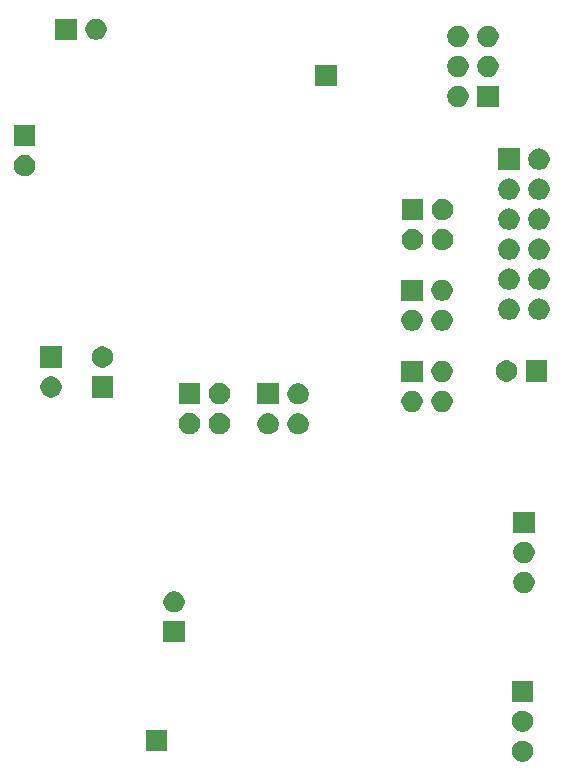
<source format=gbr>
%TF.GenerationSoftware,KiCad,Pcbnew,(5.1.5-0-10_14)*%
%TF.CreationDate,2021-01-02T15:40:46-05:00*%
%TF.ProjectId,E90,4539302e-6b69-4636-9164-5f7063625858,rev?*%
%TF.SameCoordinates,Original*%
%TF.FileFunction,Soldermask,Bot*%
%TF.FilePolarity,Negative*%
%FSLAX46Y46*%
G04 Gerber Fmt 4.6, Leading zero omitted, Abs format (unit mm)*
G04 Created by KiCad (PCBNEW (5.1.5-0-10_14)) date 2021-01-02 15:40:46*
%MOMM*%
%LPD*%
G04 APERTURE LIST*
%ADD10C,0.100000*%
G04 APERTURE END LIST*
D10*
G36*
X96251512Y-114229927D02*
G01*
X96400812Y-114259624D01*
X96564784Y-114327544D01*
X96712354Y-114426147D01*
X96837853Y-114551646D01*
X96936456Y-114699216D01*
X97004376Y-114863188D01*
X97039000Y-115037259D01*
X97039000Y-115214741D01*
X97004376Y-115388812D01*
X96936456Y-115552784D01*
X96837853Y-115700354D01*
X96712354Y-115825853D01*
X96564784Y-115924456D01*
X96400812Y-115992376D01*
X96251512Y-116022073D01*
X96226742Y-116027000D01*
X96049258Y-116027000D01*
X96024488Y-116022073D01*
X95875188Y-115992376D01*
X95711216Y-115924456D01*
X95563646Y-115825853D01*
X95438147Y-115700354D01*
X95339544Y-115552784D01*
X95271624Y-115388812D01*
X95237000Y-115214741D01*
X95237000Y-115037259D01*
X95271624Y-114863188D01*
X95339544Y-114699216D01*
X95438147Y-114551646D01*
X95563646Y-114426147D01*
X95711216Y-114327544D01*
X95875188Y-114259624D01*
X96024488Y-114229927D01*
X96049258Y-114225000D01*
X96226742Y-114225000D01*
X96251512Y-114229927D01*
G37*
G36*
X66091000Y-115131000D02*
G01*
X64289000Y-115131000D01*
X64289000Y-113329000D01*
X66091000Y-113329000D01*
X66091000Y-115131000D01*
G37*
G36*
X96251512Y-111689927D02*
G01*
X96400812Y-111719624D01*
X96564784Y-111787544D01*
X96712354Y-111886147D01*
X96837853Y-112011646D01*
X96936456Y-112159216D01*
X97004376Y-112323188D01*
X97039000Y-112497259D01*
X97039000Y-112674741D01*
X97004376Y-112848812D01*
X96936456Y-113012784D01*
X96837853Y-113160354D01*
X96712354Y-113285853D01*
X96564784Y-113384456D01*
X96400812Y-113452376D01*
X96251512Y-113482073D01*
X96226742Y-113487000D01*
X96049258Y-113487000D01*
X96024488Y-113482073D01*
X95875188Y-113452376D01*
X95711216Y-113384456D01*
X95563646Y-113285853D01*
X95438147Y-113160354D01*
X95339544Y-113012784D01*
X95271624Y-112848812D01*
X95237000Y-112674741D01*
X95237000Y-112497259D01*
X95271624Y-112323188D01*
X95339544Y-112159216D01*
X95438147Y-112011646D01*
X95563646Y-111886147D01*
X95711216Y-111787544D01*
X95875188Y-111719624D01*
X96024488Y-111689927D01*
X96049258Y-111685000D01*
X96226742Y-111685000D01*
X96251512Y-111689927D01*
G37*
G36*
X97039000Y-110947000D02*
G01*
X95237000Y-110947000D01*
X95237000Y-109145000D01*
X97039000Y-109145000D01*
X97039000Y-110947000D01*
G37*
G36*
X67551000Y-105921000D02*
G01*
X65749000Y-105921000D01*
X65749000Y-104119000D01*
X67551000Y-104119000D01*
X67551000Y-105921000D01*
G37*
G36*
X66763512Y-101583927D02*
G01*
X66912812Y-101613624D01*
X67076784Y-101681544D01*
X67224354Y-101780147D01*
X67349853Y-101905646D01*
X67448456Y-102053216D01*
X67516376Y-102217188D01*
X67551000Y-102391259D01*
X67551000Y-102568741D01*
X67516376Y-102742812D01*
X67448456Y-102906784D01*
X67349853Y-103054354D01*
X67224354Y-103179853D01*
X67076784Y-103278456D01*
X66912812Y-103346376D01*
X66763512Y-103376073D01*
X66738742Y-103381000D01*
X66561258Y-103381000D01*
X66536488Y-103376073D01*
X66387188Y-103346376D01*
X66223216Y-103278456D01*
X66075646Y-103179853D01*
X65950147Y-103054354D01*
X65851544Y-102906784D01*
X65783624Y-102742812D01*
X65749000Y-102568741D01*
X65749000Y-102391259D01*
X65783624Y-102217188D01*
X65851544Y-102053216D01*
X65950147Y-101905646D01*
X66075646Y-101780147D01*
X66223216Y-101681544D01*
X66387188Y-101613624D01*
X66536488Y-101583927D01*
X66561258Y-101579000D01*
X66738742Y-101579000D01*
X66763512Y-101583927D01*
G37*
G36*
X96379512Y-99941927D02*
G01*
X96528812Y-99971624D01*
X96692784Y-100039544D01*
X96840354Y-100138147D01*
X96965853Y-100263646D01*
X97064456Y-100411216D01*
X97132376Y-100575188D01*
X97167000Y-100749259D01*
X97167000Y-100926741D01*
X97132376Y-101100812D01*
X97064456Y-101264784D01*
X96965853Y-101412354D01*
X96840354Y-101537853D01*
X96692784Y-101636456D01*
X96528812Y-101704376D01*
X96379512Y-101734073D01*
X96354742Y-101739000D01*
X96177258Y-101739000D01*
X96152488Y-101734073D01*
X96003188Y-101704376D01*
X95839216Y-101636456D01*
X95691646Y-101537853D01*
X95566147Y-101412354D01*
X95467544Y-101264784D01*
X95399624Y-101100812D01*
X95365000Y-100926741D01*
X95365000Y-100749259D01*
X95399624Y-100575188D01*
X95467544Y-100411216D01*
X95566147Y-100263646D01*
X95691646Y-100138147D01*
X95839216Y-100039544D01*
X96003188Y-99971624D01*
X96152488Y-99941927D01*
X96177258Y-99937000D01*
X96354742Y-99937000D01*
X96379512Y-99941927D01*
G37*
G36*
X96379512Y-97401927D02*
G01*
X96528812Y-97431624D01*
X96692784Y-97499544D01*
X96840354Y-97598147D01*
X96965853Y-97723646D01*
X97064456Y-97871216D01*
X97132376Y-98035188D01*
X97167000Y-98209259D01*
X97167000Y-98386741D01*
X97132376Y-98560812D01*
X97064456Y-98724784D01*
X96965853Y-98872354D01*
X96840354Y-98997853D01*
X96692784Y-99096456D01*
X96528812Y-99164376D01*
X96379512Y-99194073D01*
X96354742Y-99199000D01*
X96177258Y-99199000D01*
X96152488Y-99194073D01*
X96003188Y-99164376D01*
X95839216Y-99096456D01*
X95691646Y-98997853D01*
X95566147Y-98872354D01*
X95467544Y-98724784D01*
X95399624Y-98560812D01*
X95365000Y-98386741D01*
X95365000Y-98209259D01*
X95399624Y-98035188D01*
X95467544Y-97871216D01*
X95566147Y-97723646D01*
X95691646Y-97598147D01*
X95839216Y-97499544D01*
X96003188Y-97431624D01*
X96152488Y-97401927D01*
X96177258Y-97397000D01*
X96354742Y-97397000D01*
X96379512Y-97401927D01*
G37*
G36*
X97167000Y-96659000D02*
G01*
X95365000Y-96659000D01*
X95365000Y-94857000D01*
X97167000Y-94857000D01*
X97167000Y-96659000D01*
G37*
G36*
X77261988Y-86513624D02*
G01*
X77412812Y-86543624D01*
X77576784Y-86611544D01*
X77724354Y-86710147D01*
X77849853Y-86835646D01*
X77948456Y-86983216D01*
X78016376Y-87147188D01*
X78051000Y-87321259D01*
X78051000Y-87498741D01*
X78016376Y-87672812D01*
X77948456Y-87836784D01*
X77849853Y-87984354D01*
X77724354Y-88109853D01*
X77576784Y-88208456D01*
X77412812Y-88276376D01*
X77263512Y-88306073D01*
X77238742Y-88311000D01*
X77061258Y-88311000D01*
X77036488Y-88306073D01*
X76887188Y-88276376D01*
X76723216Y-88208456D01*
X76575646Y-88109853D01*
X76450147Y-87984354D01*
X76351544Y-87836784D01*
X76283624Y-87672812D01*
X76249000Y-87498741D01*
X76249000Y-87321259D01*
X76283624Y-87147188D01*
X76351544Y-86983216D01*
X76450147Y-86835646D01*
X76575646Y-86710147D01*
X76723216Y-86611544D01*
X76887188Y-86543624D01*
X77038012Y-86513624D01*
X77061258Y-86509000D01*
X77238742Y-86509000D01*
X77261988Y-86513624D01*
G37*
G36*
X74721988Y-86513624D02*
G01*
X74872812Y-86543624D01*
X75036784Y-86611544D01*
X75184354Y-86710147D01*
X75309853Y-86835646D01*
X75408456Y-86983216D01*
X75476376Y-87147188D01*
X75511000Y-87321259D01*
X75511000Y-87498741D01*
X75476376Y-87672812D01*
X75408456Y-87836784D01*
X75309853Y-87984354D01*
X75184354Y-88109853D01*
X75036784Y-88208456D01*
X74872812Y-88276376D01*
X74723512Y-88306073D01*
X74698742Y-88311000D01*
X74521258Y-88311000D01*
X74496488Y-88306073D01*
X74347188Y-88276376D01*
X74183216Y-88208456D01*
X74035646Y-88109853D01*
X73910147Y-87984354D01*
X73811544Y-87836784D01*
X73743624Y-87672812D01*
X73709000Y-87498741D01*
X73709000Y-87321259D01*
X73743624Y-87147188D01*
X73811544Y-86983216D01*
X73910147Y-86835646D01*
X74035646Y-86710147D01*
X74183216Y-86611544D01*
X74347188Y-86543624D01*
X74498012Y-86513624D01*
X74521258Y-86509000D01*
X74698742Y-86509000D01*
X74721988Y-86513624D01*
G37*
G36*
X70603512Y-86483927D02*
G01*
X70752812Y-86513624D01*
X70916784Y-86581544D01*
X71064354Y-86680147D01*
X71189853Y-86805646D01*
X71288456Y-86953216D01*
X71356376Y-87117188D01*
X71391000Y-87291259D01*
X71391000Y-87468741D01*
X71356376Y-87642812D01*
X71288456Y-87806784D01*
X71189853Y-87954354D01*
X71064354Y-88079853D01*
X70916784Y-88178456D01*
X70752812Y-88246376D01*
X70603512Y-88276073D01*
X70578742Y-88281000D01*
X70401258Y-88281000D01*
X70376488Y-88276073D01*
X70227188Y-88246376D01*
X70063216Y-88178456D01*
X69915646Y-88079853D01*
X69790147Y-87954354D01*
X69691544Y-87806784D01*
X69623624Y-87642812D01*
X69589000Y-87468741D01*
X69589000Y-87291259D01*
X69623624Y-87117188D01*
X69691544Y-86953216D01*
X69790147Y-86805646D01*
X69915646Y-86680147D01*
X70063216Y-86581544D01*
X70227188Y-86513624D01*
X70376488Y-86483927D01*
X70401258Y-86479000D01*
X70578742Y-86479000D01*
X70603512Y-86483927D01*
G37*
G36*
X68063512Y-86483927D02*
G01*
X68212812Y-86513624D01*
X68376784Y-86581544D01*
X68524354Y-86680147D01*
X68649853Y-86805646D01*
X68748456Y-86953216D01*
X68816376Y-87117188D01*
X68851000Y-87291259D01*
X68851000Y-87468741D01*
X68816376Y-87642812D01*
X68748456Y-87806784D01*
X68649853Y-87954354D01*
X68524354Y-88079853D01*
X68376784Y-88178456D01*
X68212812Y-88246376D01*
X68063512Y-88276073D01*
X68038742Y-88281000D01*
X67861258Y-88281000D01*
X67836488Y-88276073D01*
X67687188Y-88246376D01*
X67523216Y-88178456D01*
X67375646Y-88079853D01*
X67250147Y-87954354D01*
X67151544Y-87806784D01*
X67083624Y-87642812D01*
X67049000Y-87468741D01*
X67049000Y-87291259D01*
X67083624Y-87117188D01*
X67151544Y-86953216D01*
X67250147Y-86805646D01*
X67375646Y-86680147D01*
X67523216Y-86581544D01*
X67687188Y-86513624D01*
X67836488Y-86483927D01*
X67861258Y-86479000D01*
X68038742Y-86479000D01*
X68063512Y-86483927D01*
G37*
G36*
X89453512Y-84613927D02*
G01*
X89602812Y-84643624D01*
X89766784Y-84711544D01*
X89914354Y-84810147D01*
X90039853Y-84935646D01*
X90138456Y-85083216D01*
X90206376Y-85247188D01*
X90241000Y-85421259D01*
X90241000Y-85598741D01*
X90206376Y-85772812D01*
X90138456Y-85936784D01*
X90039853Y-86084354D01*
X89914354Y-86209853D01*
X89766784Y-86308456D01*
X89602812Y-86376376D01*
X89453512Y-86406073D01*
X89428742Y-86411000D01*
X89251258Y-86411000D01*
X89226488Y-86406073D01*
X89077188Y-86376376D01*
X88913216Y-86308456D01*
X88765646Y-86209853D01*
X88640147Y-86084354D01*
X88541544Y-85936784D01*
X88473624Y-85772812D01*
X88439000Y-85598741D01*
X88439000Y-85421259D01*
X88473624Y-85247188D01*
X88541544Y-85083216D01*
X88640147Y-84935646D01*
X88765646Y-84810147D01*
X88913216Y-84711544D01*
X89077188Y-84643624D01*
X89226488Y-84613927D01*
X89251258Y-84609000D01*
X89428742Y-84609000D01*
X89453512Y-84613927D01*
G37*
G36*
X86913512Y-84613927D02*
G01*
X87062812Y-84643624D01*
X87226784Y-84711544D01*
X87374354Y-84810147D01*
X87499853Y-84935646D01*
X87598456Y-85083216D01*
X87666376Y-85247188D01*
X87701000Y-85421259D01*
X87701000Y-85598741D01*
X87666376Y-85772812D01*
X87598456Y-85936784D01*
X87499853Y-86084354D01*
X87374354Y-86209853D01*
X87226784Y-86308456D01*
X87062812Y-86376376D01*
X86913512Y-86406073D01*
X86888742Y-86411000D01*
X86711258Y-86411000D01*
X86686488Y-86406073D01*
X86537188Y-86376376D01*
X86373216Y-86308456D01*
X86225646Y-86209853D01*
X86100147Y-86084354D01*
X86001544Y-85936784D01*
X85933624Y-85772812D01*
X85899000Y-85598741D01*
X85899000Y-85421259D01*
X85933624Y-85247188D01*
X86001544Y-85083216D01*
X86100147Y-84935646D01*
X86225646Y-84810147D01*
X86373216Y-84711544D01*
X86537188Y-84643624D01*
X86686488Y-84613927D01*
X86711258Y-84609000D01*
X86888742Y-84609000D01*
X86913512Y-84613927D01*
G37*
G36*
X77261988Y-83973624D02*
G01*
X77412812Y-84003624D01*
X77576784Y-84071544D01*
X77724354Y-84170147D01*
X77849853Y-84295646D01*
X77948456Y-84443216D01*
X78016376Y-84607188D01*
X78051000Y-84781259D01*
X78051000Y-84958741D01*
X78016376Y-85132812D01*
X77948456Y-85296784D01*
X77849853Y-85444354D01*
X77724354Y-85569853D01*
X77576784Y-85668456D01*
X77412812Y-85736376D01*
X77263512Y-85766073D01*
X77238742Y-85771000D01*
X77061258Y-85771000D01*
X77036488Y-85766073D01*
X76887188Y-85736376D01*
X76723216Y-85668456D01*
X76575646Y-85569853D01*
X76450147Y-85444354D01*
X76351544Y-85296784D01*
X76283624Y-85132812D01*
X76249000Y-84958741D01*
X76249000Y-84781259D01*
X76283624Y-84607188D01*
X76351544Y-84443216D01*
X76450147Y-84295646D01*
X76575646Y-84170147D01*
X76723216Y-84071544D01*
X76887188Y-84003624D01*
X77038012Y-83973624D01*
X77061258Y-83969000D01*
X77238742Y-83969000D01*
X77261988Y-83973624D01*
G37*
G36*
X75511000Y-85771000D02*
G01*
X73709000Y-85771000D01*
X73709000Y-83969000D01*
X75511000Y-83969000D01*
X75511000Y-85771000D01*
G37*
G36*
X70603512Y-83943927D02*
G01*
X70752812Y-83973624D01*
X70916784Y-84041544D01*
X71064354Y-84140147D01*
X71189853Y-84265646D01*
X71288456Y-84413216D01*
X71356376Y-84577188D01*
X71391000Y-84751259D01*
X71391000Y-84928741D01*
X71356376Y-85102812D01*
X71288456Y-85266784D01*
X71189853Y-85414354D01*
X71064354Y-85539853D01*
X70916784Y-85638456D01*
X70752812Y-85706376D01*
X70603512Y-85736073D01*
X70578742Y-85741000D01*
X70401258Y-85741000D01*
X70376488Y-85736073D01*
X70227188Y-85706376D01*
X70063216Y-85638456D01*
X69915646Y-85539853D01*
X69790147Y-85414354D01*
X69691544Y-85266784D01*
X69623624Y-85102812D01*
X69589000Y-84928741D01*
X69589000Y-84751259D01*
X69623624Y-84577188D01*
X69691544Y-84413216D01*
X69790147Y-84265646D01*
X69915646Y-84140147D01*
X70063216Y-84041544D01*
X70227188Y-83973624D01*
X70376488Y-83943927D01*
X70401258Y-83939000D01*
X70578742Y-83939000D01*
X70603512Y-83943927D01*
G37*
G36*
X68851000Y-85741000D02*
G01*
X67049000Y-85741000D01*
X67049000Y-83939000D01*
X68851000Y-83939000D01*
X68851000Y-85741000D01*
G37*
G36*
X61476000Y-85201000D02*
G01*
X59674000Y-85201000D01*
X59674000Y-83399000D01*
X61476000Y-83399000D01*
X61476000Y-85201000D01*
G37*
G36*
X56338512Y-83393927D02*
G01*
X56487812Y-83423624D01*
X56651784Y-83491544D01*
X56799354Y-83590147D01*
X56924853Y-83715646D01*
X57023456Y-83863216D01*
X57091376Y-84027188D01*
X57126000Y-84201259D01*
X57126000Y-84378741D01*
X57091376Y-84552812D01*
X57023456Y-84716784D01*
X56924853Y-84864354D01*
X56799354Y-84989853D01*
X56651784Y-85088456D01*
X56487812Y-85156376D01*
X56338512Y-85186073D01*
X56313742Y-85191000D01*
X56136258Y-85191000D01*
X56111488Y-85186073D01*
X55962188Y-85156376D01*
X55798216Y-85088456D01*
X55650646Y-84989853D01*
X55525147Y-84864354D01*
X55426544Y-84716784D01*
X55358624Y-84552812D01*
X55324000Y-84378741D01*
X55324000Y-84201259D01*
X55358624Y-84027188D01*
X55426544Y-83863216D01*
X55525147Y-83715646D01*
X55650646Y-83590147D01*
X55798216Y-83491544D01*
X55962188Y-83423624D01*
X56111488Y-83393927D01*
X56136258Y-83389000D01*
X56313742Y-83389000D01*
X56338512Y-83393927D01*
G37*
G36*
X89451988Y-82073624D02*
G01*
X89602812Y-82103624D01*
X89766784Y-82171544D01*
X89914354Y-82270147D01*
X90039853Y-82395646D01*
X90138456Y-82543216D01*
X90206376Y-82707188D01*
X90241000Y-82881259D01*
X90241000Y-83058741D01*
X90206376Y-83232812D01*
X90138456Y-83396784D01*
X90039853Y-83544354D01*
X89914354Y-83669853D01*
X89766784Y-83768456D01*
X89602812Y-83836376D01*
X89453512Y-83866073D01*
X89428742Y-83871000D01*
X89251258Y-83871000D01*
X89226488Y-83866073D01*
X89077188Y-83836376D01*
X88913216Y-83768456D01*
X88765646Y-83669853D01*
X88640147Y-83544354D01*
X88541544Y-83396784D01*
X88473624Y-83232812D01*
X88439000Y-83058741D01*
X88439000Y-82881259D01*
X88473624Y-82707188D01*
X88541544Y-82543216D01*
X88640147Y-82395646D01*
X88765646Y-82270147D01*
X88913216Y-82171544D01*
X89077188Y-82103624D01*
X89228012Y-82073624D01*
X89251258Y-82069000D01*
X89428742Y-82069000D01*
X89451988Y-82073624D01*
G37*
G36*
X87701000Y-83871000D02*
G01*
X85899000Y-83871000D01*
X85899000Y-82069000D01*
X87701000Y-82069000D01*
X87701000Y-83871000D01*
G37*
G36*
X94903512Y-82043927D02*
G01*
X95052812Y-82073624D01*
X95216784Y-82141544D01*
X95364354Y-82240147D01*
X95489853Y-82365646D01*
X95588456Y-82513216D01*
X95656376Y-82677188D01*
X95691000Y-82851259D01*
X95691000Y-83028741D01*
X95656376Y-83202812D01*
X95588456Y-83366784D01*
X95489853Y-83514354D01*
X95364354Y-83639853D01*
X95216784Y-83738456D01*
X95052812Y-83806376D01*
X94903512Y-83836073D01*
X94878742Y-83841000D01*
X94701258Y-83841000D01*
X94676488Y-83836073D01*
X94527188Y-83806376D01*
X94363216Y-83738456D01*
X94215646Y-83639853D01*
X94090147Y-83514354D01*
X93991544Y-83366784D01*
X93923624Y-83202812D01*
X93889000Y-83028741D01*
X93889000Y-82851259D01*
X93923624Y-82677188D01*
X93991544Y-82513216D01*
X94090147Y-82365646D01*
X94215646Y-82240147D01*
X94363216Y-82141544D01*
X94527188Y-82073624D01*
X94676488Y-82043927D01*
X94701258Y-82039000D01*
X94878742Y-82039000D01*
X94903512Y-82043927D01*
G37*
G36*
X98231000Y-83841000D02*
G01*
X96429000Y-83841000D01*
X96429000Y-82039000D01*
X98231000Y-82039000D01*
X98231000Y-83841000D01*
G37*
G36*
X60688512Y-80863927D02*
G01*
X60837812Y-80893624D01*
X61001784Y-80961544D01*
X61149354Y-81060147D01*
X61274853Y-81185646D01*
X61373456Y-81333216D01*
X61441376Y-81497188D01*
X61476000Y-81671259D01*
X61476000Y-81848741D01*
X61441376Y-82022812D01*
X61373456Y-82186784D01*
X61274853Y-82334354D01*
X61149354Y-82459853D01*
X61001784Y-82558456D01*
X60837812Y-82626376D01*
X60688512Y-82656073D01*
X60663742Y-82661000D01*
X60486258Y-82661000D01*
X60461488Y-82656073D01*
X60312188Y-82626376D01*
X60148216Y-82558456D01*
X60000646Y-82459853D01*
X59875147Y-82334354D01*
X59776544Y-82186784D01*
X59708624Y-82022812D01*
X59674000Y-81848741D01*
X59674000Y-81671259D01*
X59708624Y-81497188D01*
X59776544Y-81333216D01*
X59875147Y-81185646D01*
X60000646Y-81060147D01*
X60148216Y-80961544D01*
X60312188Y-80893624D01*
X60461488Y-80863927D01*
X60486258Y-80859000D01*
X60663742Y-80859000D01*
X60688512Y-80863927D01*
G37*
G36*
X57126000Y-82651000D02*
G01*
X55324000Y-82651000D01*
X55324000Y-80849000D01*
X57126000Y-80849000D01*
X57126000Y-82651000D01*
G37*
G36*
X89453512Y-77743927D02*
G01*
X89602812Y-77773624D01*
X89766784Y-77841544D01*
X89914354Y-77940147D01*
X90039853Y-78065646D01*
X90138456Y-78213216D01*
X90206376Y-78377188D01*
X90241000Y-78551259D01*
X90241000Y-78728741D01*
X90206376Y-78902812D01*
X90138456Y-79066784D01*
X90039853Y-79214354D01*
X89914354Y-79339853D01*
X89766784Y-79438456D01*
X89602812Y-79506376D01*
X89453512Y-79536073D01*
X89428742Y-79541000D01*
X89251258Y-79541000D01*
X89226488Y-79536073D01*
X89077188Y-79506376D01*
X88913216Y-79438456D01*
X88765646Y-79339853D01*
X88640147Y-79214354D01*
X88541544Y-79066784D01*
X88473624Y-78902812D01*
X88439000Y-78728741D01*
X88439000Y-78551259D01*
X88473624Y-78377188D01*
X88541544Y-78213216D01*
X88640147Y-78065646D01*
X88765646Y-77940147D01*
X88913216Y-77841544D01*
X89077188Y-77773624D01*
X89226488Y-77743927D01*
X89251258Y-77739000D01*
X89428742Y-77739000D01*
X89453512Y-77743927D01*
G37*
G36*
X86913512Y-77743927D02*
G01*
X87062812Y-77773624D01*
X87226784Y-77841544D01*
X87374354Y-77940147D01*
X87499853Y-78065646D01*
X87598456Y-78213216D01*
X87666376Y-78377188D01*
X87701000Y-78551259D01*
X87701000Y-78728741D01*
X87666376Y-78902812D01*
X87598456Y-79066784D01*
X87499853Y-79214354D01*
X87374354Y-79339853D01*
X87226784Y-79438456D01*
X87062812Y-79506376D01*
X86913512Y-79536073D01*
X86888742Y-79541000D01*
X86711258Y-79541000D01*
X86686488Y-79536073D01*
X86537188Y-79506376D01*
X86373216Y-79438456D01*
X86225646Y-79339853D01*
X86100147Y-79214354D01*
X86001544Y-79066784D01*
X85933624Y-78902812D01*
X85899000Y-78728741D01*
X85899000Y-78551259D01*
X85933624Y-78377188D01*
X86001544Y-78213216D01*
X86100147Y-78065646D01*
X86225646Y-77940147D01*
X86373216Y-77841544D01*
X86537188Y-77773624D01*
X86686488Y-77743927D01*
X86711258Y-77739000D01*
X86888742Y-77739000D01*
X86913512Y-77743927D01*
G37*
G36*
X97653512Y-76803927D02*
G01*
X97802812Y-76833624D01*
X97966784Y-76901544D01*
X98114354Y-77000147D01*
X98239853Y-77125646D01*
X98338456Y-77273216D01*
X98406376Y-77437188D01*
X98441000Y-77611259D01*
X98441000Y-77788741D01*
X98406376Y-77962812D01*
X98338456Y-78126784D01*
X98239853Y-78274354D01*
X98114354Y-78399853D01*
X97966784Y-78498456D01*
X97802812Y-78566376D01*
X97653512Y-78596073D01*
X97628742Y-78601000D01*
X97451258Y-78601000D01*
X97426488Y-78596073D01*
X97277188Y-78566376D01*
X97113216Y-78498456D01*
X96965646Y-78399853D01*
X96840147Y-78274354D01*
X96741544Y-78126784D01*
X96673624Y-77962812D01*
X96639000Y-77788741D01*
X96639000Y-77611259D01*
X96673624Y-77437188D01*
X96741544Y-77273216D01*
X96840147Y-77125646D01*
X96965646Y-77000147D01*
X97113216Y-76901544D01*
X97277188Y-76833624D01*
X97426488Y-76803927D01*
X97451258Y-76799000D01*
X97628742Y-76799000D01*
X97653512Y-76803927D01*
G37*
G36*
X95113512Y-76803927D02*
G01*
X95262812Y-76833624D01*
X95426784Y-76901544D01*
X95574354Y-77000147D01*
X95699853Y-77125646D01*
X95798456Y-77273216D01*
X95866376Y-77437188D01*
X95901000Y-77611259D01*
X95901000Y-77788741D01*
X95866376Y-77962812D01*
X95798456Y-78126784D01*
X95699853Y-78274354D01*
X95574354Y-78399853D01*
X95426784Y-78498456D01*
X95262812Y-78566376D01*
X95113512Y-78596073D01*
X95088742Y-78601000D01*
X94911258Y-78601000D01*
X94886488Y-78596073D01*
X94737188Y-78566376D01*
X94573216Y-78498456D01*
X94425646Y-78399853D01*
X94300147Y-78274354D01*
X94201544Y-78126784D01*
X94133624Y-77962812D01*
X94099000Y-77788741D01*
X94099000Y-77611259D01*
X94133624Y-77437188D01*
X94201544Y-77273216D01*
X94300147Y-77125646D01*
X94425646Y-77000147D01*
X94573216Y-76901544D01*
X94737188Y-76833624D01*
X94886488Y-76803927D01*
X94911258Y-76799000D01*
X95088742Y-76799000D01*
X95113512Y-76803927D01*
G37*
G36*
X87701000Y-77001000D02*
G01*
X85899000Y-77001000D01*
X85899000Y-75199000D01*
X87701000Y-75199000D01*
X87701000Y-77001000D01*
G37*
G36*
X89453512Y-75203927D02*
G01*
X89602812Y-75233624D01*
X89766784Y-75301544D01*
X89914354Y-75400147D01*
X90039853Y-75525646D01*
X90138456Y-75673216D01*
X90206376Y-75837188D01*
X90241000Y-76011259D01*
X90241000Y-76188741D01*
X90206376Y-76362812D01*
X90138456Y-76526784D01*
X90039853Y-76674354D01*
X89914354Y-76799853D01*
X89766784Y-76898456D01*
X89602812Y-76966376D01*
X89453512Y-76996073D01*
X89428742Y-77001000D01*
X89251258Y-77001000D01*
X89226488Y-76996073D01*
X89077188Y-76966376D01*
X88913216Y-76898456D01*
X88765646Y-76799853D01*
X88640147Y-76674354D01*
X88541544Y-76526784D01*
X88473624Y-76362812D01*
X88439000Y-76188741D01*
X88439000Y-76011259D01*
X88473624Y-75837188D01*
X88541544Y-75673216D01*
X88640147Y-75525646D01*
X88765646Y-75400147D01*
X88913216Y-75301544D01*
X89077188Y-75233624D01*
X89226488Y-75203927D01*
X89251258Y-75199000D01*
X89428742Y-75199000D01*
X89453512Y-75203927D01*
G37*
G36*
X95113512Y-74263927D02*
G01*
X95262812Y-74293624D01*
X95426784Y-74361544D01*
X95574354Y-74460147D01*
X95699853Y-74585646D01*
X95798456Y-74733216D01*
X95866376Y-74897188D01*
X95901000Y-75071259D01*
X95901000Y-75248741D01*
X95866376Y-75422812D01*
X95798456Y-75586784D01*
X95699853Y-75734354D01*
X95574354Y-75859853D01*
X95426784Y-75958456D01*
X95262812Y-76026376D01*
X95113512Y-76056073D01*
X95088742Y-76061000D01*
X94911258Y-76061000D01*
X94886488Y-76056073D01*
X94737188Y-76026376D01*
X94573216Y-75958456D01*
X94425646Y-75859853D01*
X94300147Y-75734354D01*
X94201544Y-75586784D01*
X94133624Y-75422812D01*
X94099000Y-75248741D01*
X94099000Y-75071259D01*
X94133624Y-74897188D01*
X94201544Y-74733216D01*
X94300147Y-74585646D01*
X94425646Y-74460147D01*
X94573216Y-74361544D01*
X94737188Y-74293624D01*
X94886488Y-74263927D01*
X94911258Y-74259000D01*
X95088742Y-74259000D01*
X95113512Y-74263927D01*
G37*
G36*
X97653512Y-74263927D02*
G01*
X97802812Y-74293624D01*
X97966784Y-74361544D01*
X98114354Y-74460147D01*
X98239853Y-74585646D01*
X98338456Y-74733216D01*
X98406376Y-74897188D01*
X98441000Y-75071259D01*
X98441000Y-75248741D01*
X98406376Y-75422812D01*
X98338456Y-75586784D01*
X98239853Y-75734354D01*
X98114354Y-75859853D01*
X97966784Y-75958456D01*
X97802812Y-76026376D01*
X97653512Y-76056073D01*
X97628742Y-76061000D01*
X97451258Y-76061000D01*
X97426488Y-76056073D01*
X97277188Y-76026376D01*
X97113216Y-75958456D01*
X96965646Y-75859853D01*
X96840147Y-75734354D01*
X96741544Y-75586784D01*
X96673624Y-75422812D01*
X96639000Y-75248741D01*
X96639000Y-75071259D01*
X96673624Y-74897188D01*
X96741544Y-74733216D01*
X96840147Y-74585646D01*
X96965646Y-74460147D01*
X97113216Y-74361544D01*
X97277188Y-74293624D01*
X97426488Y-74263927D01*
X97451258Y-74259000D01*
X97628742Y-74259000D01*
X97653512Y-74263927D01*
G37*
G36*
X95113512Y-71723927D02*
G01*
X95262812Y-71753624D01*
X95426784Y-71821544D01*
X95574354Y-71920147D01*
X95699853Y-72045646D01*
X95798456Y-72193216D01*
X95866376Y-72357188D01*
X95901000Y-72531259D01*
X95901000Y-72708741D01*
X95866376Y-72882812D01*
X95798456Y-73046784D01*
X95699853Y-73194354D01*
X95574354Y-73319853D01*
X95426784Y-73418456D01*
X95262812Y-73486376D01*
X95113512Y-73516073D01*
X95088742Y-73521000D01*
X94911258Y-73521000D01*
X94886488Y-73516073D01*
X94737188Y-73486376D01*
X94573216Y-73418456D01*
X94425646Y-73319853D01*
X94300147Y-73194354D01*
X94201544Y-73046784D01*
X94133624Y-72882812D01*
X94099000Y-72708741D01*
X94099000Y-72531259D01*
X94133624Y-72357188D01*
X94201544Y-72193216D01*
X94300147Y-72045646D01*
X94425646Y-71920147D01*
X94573216Y-71821544D01*
X94737188Y-71753624D01*
X94886488Y-71723927D01*
X94911258Y-71719000D01*
X95088742Y-71719000D01*
X95113512Y-71723927D01*
G37*
G36*
X97653512Y-71723927D02*
G01*
X97802812Y-71753624D01*
X97966784Y-71821544D01*
X98114354Y-71920147D01*
X98239853Y-72045646D01*
X98338456Y-72193216D01*
X98406376Y-72357188D01*
X98441000Y-72531259D01*
X98441000Y-72708741D01*
X98406376Y-72882812D01*
X98338456Y-73046784D01*
X98239853Y-73194354D01*
X98114354Y-73319853D01*
X97966784Y-73418456D01*
X97802812Y-73486376D01*
X97653512Y-73516073D01*
X97628742Y-73521000D01*
X97451258Y-73521000D01*
X97426488Y-73516073D01*
X97277188Y-73486376D01*
X97113216Y-73418456D01*
X96965646Y-73319853D01*
X96840147Y-73194354D01*
X96741544Y-73046784D01*
X96673624Y-72882812D01*
X96639000Y-72708741D01*
X96639000Y-72531259D01*
X96673624Y-72357188D01*
X96741544Y-72193216D01*
X96840147Y-72045646D01*
X96965646Y-71920147D01*
X97113216Y-71821544D01*
X97277188Y-71753624D01*
X97426488Y-71723927D01*
X97451258Y-71719000D01*
X97628742Y-71719000D01*
X97653512Y-71723927D01*
G37*
G36*
X89473512Y-70903927D02*
G01*
X89622812Y-70933624D01*
X89786784Y-71001544D01*
X89934354Y-71100147D01*
X90059853Y-71225646D01*
X90158456Y-71373216D01*
X90226376Y-71537188D01*
X90261000Y-71711259D01*
X90261000Y-71888741D01*
X90226376Y-72062812D01*
X90158456Y-72226784D01*
X90059853Y-72374354D01*
X89934354Y-72499853D01*
X89786784Y-72598456D01*
X89622812Y-72666376D01*
X89473512Y-72696073D01*
X89448742Y-72701000D01*
X89271258Y-72701000D01*
X89246488Y-72696073D01*
X89097188Y-72666376D01*
X88933216Y-72598456D01*
X88785646Y-72499853D01*
X88660147Y-72374354D01*
X88561544Y-72226784D01*
X88493624Y-72062812D01*
X88459000Y-71888741D01*
X88459000Y-71711259D01*
X88493624Y-71537188D01*
X88561544Y-71373216D01*
X88660147Y-71225646D01*
X88785646Y-71100147D01*
X88933216Y-71001544D01*
X89097188Y-70933624D01*
X89246488Y-70903927D01*
X89271258Y-70899000D01*
X89448742Y-70899000D01*
X89473512Y-70903927D01*
G37*
G36*
X86933512Y-70903927D02*
G01*
X87082812Y-70933624D01*
X87246784Y-71001544D01*
X87394354Y-71100147D01*
X87519853Y-71225646D01*
X87618456Y-71373216D01*
X87686376Y-71537188D01*
X87721000Y-71711259D01*
X87721000Y-71888741D01*
X87686376Y-72062812D01*
X87618456Y-72226784D01*
X87519853Y-72374354D01*
X87394354Y-72499853D01*
X87246784Y-72598456D01*
X87082812Y-72666376D01*
X86933512Y-72696073D01*
X86908742Y-72701000D01*
X86731258Y-72701000D01*
X86706488Y-72696073D01*
X86557188Y-72666376D01*
X86393216Y-72598456D01*
X86245646Y-72499853D01*
X86120147Y-72374354D01*
X86021544Y-72226784D01*
X85953624Y-72062812D01*
X85919000Y-71888741D01*
X85919000Y-71711259D01*
X85953624Y-71537188D01*
X86021544Y-71373216D01*
X86120147Y-71225646D01*
X86245646Y-71100147D01*
X86393216Y-71001544D01*
X86557188Y-70933624D01*
X86706488Y-70903927D01*
X86731258Y-70899000D01*
X86908742Y-70899000D01*
X86933512Y-70903927D01*
G37*
G36*
X97653512Y-69183927D02*
G01*
X97802812Y-69213624D01*
X97966784Y-69281544D01*
X98114354Y-69380147D01*
X98239853Y-69505646D01*
X98338456Y-69653216D01*
X98406376Y-69817188D01*
X98441000Y-69991259D01*
X98441000Y-70168741D01*
X98406376Y-70342812D01*
X98338456Y-70506784D01*
X98239853Y-70654354D01*
X98114354Y-70779853D01*
X97966784Y-70878456D01*
X97802812Y-70946376D01*
X97653512Y-70976073D01*
X97628742Y-70981000D01*
X97451258Y-70981000D01*
X97426488Y-70976073D01*
X97277188Y-70946376D01*
X97113216Y-70878456D01*
X96965646Y-70779853D01*
X96840147Y-70654354D01*
X96741544Y-70506784D01*
X96673624Y-70342812D01*
X96639000Y-70168741D01*
X96639000Y-69991259D01*
X96673624Y-69817188D01*
X96741544Y-69653216D01*
X96840147Y-69505646D01*
X96965646Y-69380147D01*
X97113216Y-69281544D01*
X97277188Y-69213624D01*
X97426488Y-69183927D01*
X97451258Y-69179000D01*
X97628742Y-69179000D01*
X97653512Y-69183927D01*
G37*
G36*
X95113512Y-69183927D02*
G01*
X95262812Y-69213624D01*
X95426784Y-69281544D01*
X95574354Y-69380147D01*
X95699853Y-69505646D01*
X95798456Y-69653216D01*
X95866376Y-69817188D01*
X95901000Y-69991259D01*
X95901000Y-70168741D01*
X95866376Y-70342812D01*
X95798456Y-70506784D01*
X95699853Y-70654354D01*
X95574354Y-70779853D01*
X95426784Y-70878456D01*
X95262812Y-70946376D01*
X95113512Y-70976073D01*
X95088742Y-70981000D01*
X94911258Y-70981000D01*
X94886488Y-70976073D01*
X94737188Y-70946376D01*
X94573216Y-70878456D01*
X94425646Y-70779853D01*
X94300147Y-70654354D01*
X94201544Y-70506784D01*
X94133624Y-70342812D01*
X94099000Y-70168741D01*
X94099000Y-69991259D01*
X94133624Y-69817188D01*
X94201544Y-69653216D01*
X94300147Y-69505646D01*
X94425646Y-69380147D01*
X94573216Y-69281544D01*
X94737188Y-69213624D01*
X94886488Y-69183927D01*
X94911258Y-69179000D01*
X95088742Y-69179000D01*
X95113512Y-69183927D01*
G37*
G36*
X87721000Y-70161000D02*
G01*
X85919000Y-70161000D01*
X85919000Y-68359000D01*
X87721000Y-68359000D01*
X87721000Y-70161000D01*
G37*
G36*
X89473512Y-68363927D02*
G01*
X89622812Y-68393624D01*
X89786784Y-68461544D01*
X89934354Y-68560147D01*
X90059853Y-68685646D01*
X90158456Y-68833216D01*
X90226376Y-68997188D01*
X90261000Y-69171259D01*
X90261000Y-69348741D01*
X90226376Y-69522812D01*
X90158456Y-69686784D01*
X90059853Y-69834354D01*
X89934354Y-69959853D01*
X89786784Y-70058456D01*
X89622812Y-70126376D01*
X89473512Y-70156073D01*
X89448742Y-70161000D01*
X89271258Y-70161000D01*
X89246488Y-70156073D01*
X89097188Y-70126376D01*
X88933216Y-70058456D01*
X88785646Y-69959853D01*
X88660147Y-69834354D01*
X88561544Y-69686784D01*
X88493624Y-69522812D01*
X88459000Y-69348741D01*
X88459000Y-69171259D01*
X88493624Y-68997188D01*
X88561544Y-68833216D01*
X88660147Y-68685646D01*
X88785646Y-68560147D01*
X88933216Y-68461544D01*
X89097188Y-68393624D01*
X89246488Y-68363927D01*
X89271258Y-68359000D01*
X89448742Y-68359000D01*
X89473512Y-68363927D01*
G37*
G36*
X95113512Y-66643927D02*
G01*
X95262812Y-66673624D01*
X95426784Y-66741544D01*
X95574354Y-66840147D01*
X95699853Y-66965646D01*
X95798456Y-67113216D01*
X95866376Y-67277188D01*
X95901000Y-67451259D01*
X95901000Y-67628741D01*
X95866376Y-67802812D01*
X95798456Y-67966784D01*
X95699853Y-68114354D01*
X95574354Y-68239853D01*
X95426784Y-68338456D01*
X95262812Y-68406376D01*
X95113512Y-68436073D01*
X95088742Y-68441000D01*
X94911258Y-68441000D01*
X94886488Y-68436073D01*
X94737188Y-68406376D01*
X94573216Y-68338456D01*
X94425646Y-68239853D01*
X94300147Y-68114354D01*
X94201544Y-67966784D01*
X94133624Y-67802812D01*
X94099000Y-67628741D01*
X94099000Y-67451259D01*
X94133624Y-67277188D01*
X94201544Y-67113216D01*
X94300147Y-66965646D01*
X94425646Y-66840147D01*
X94573216Y-66741544D01*
X94737188Y-66673624D01*
X94886488Y-66643927D01*
X94911258Y-66639000D01*
X95088742Y-66639000D01*
X95113512Y-66643927D01*
G37*
G36*
X97653512Y-66643927D02*
G01*
X97802812Y-66673624D01*
X97966784Y-66741544D01*
X98114354Y-66840147D01*
X98239853Y-66965646D01*
X98338456Y-67113216D01*
X98406376Y-67277188D01*
X98441000Y-67451259D01*
X98441000Y-67628741D01*
X98406376Y-67802812D01*
X98338456Y-67966784D01*
X98239853Y-68114354D01*
X98114354Y-68239853D01*
X97966784Y-68338456D01*
X97802812Y-68406376D01*
X97653512Y-68436073D01*
X97628742Y-68441000D01*
X97451258Y-68441000D01*
X97426488Y-68436073D01*
X97277188Y-68406376D01*
X97113216Y-68338456D01*
X96965646Y-68239853D01*
X96840147Y-68114354D01*
X96741544Y-67966784D01*
X96673624Y-67802812D01*
X96639000Y-67628741D01*
X96639000Y-67451259D01*
X96673624Y-67277188D01*
X96741544Y-67113216D01*
X96840147Y-66965646D01*
X96965646Y-66840147D01*
X97113216Y-66741544D01*
X97277188Y-66673624D01*
X97426488Y-66643927D01*
X97451258Y-66639000D01*
X97628742Y-66639000D01*
X97653512Y-66643927D01*
G37*
G36*
X54113512Y-64643927D02*
G01*
X54262812Y-64673624D01*
X54426784Y-64741544D01*
X54574354Y-64840147D01*
X54699853Y-64965646D01*
X54798456Y-65113216D01*
X54866376Y-65277188D01*
X54901000Y-65451259D01*
X54901000Y-65628741D01*
X54866376Y-65802812D01*
X54798456Y-65966784D01*
X54699853Y-66114354D01*
X54574354Y-66239853D01*
X54426784Y-66338456D01*
X54262812Y-66406376D01*
X54113512Y-66436073D01*
X54088742Y-66441000D01*
X53911258Y-66441000D01*
X53886488Y-66436073D01*
X53737188Y-66406376D01*
X53573216Y-66338456D01*
X53425646Y-66239853D01*
X53300147Y-66114354D01*
X53201544Y-65966784D01*
X53133624Y-65802812D01*
X53099000Y-65628741D01*
X53099000Y-65451259D01*
X53133624Y-65277188D01*
X53201544Y-65113216D01*
X53300147Y-64965646D01*
X53425646Y-64840147D01*
X53573216Y-64741544D01*
X53737188Y-64673624D01*
X53886488Y-64643927D01*
X53911258Y-64639000D01*
X54088742Y-64639000D01*
X54113512Y-64643927D01*
G37*
G36*
X95901000Y-65901000D02*
G01*
X94099000Y-65901000D01*
X94099000Y-64099000D01*
X95901000Y-64099000D01*
X95901000Y-65901000D01*
G37*
G36*
X97653512Y-64103927D02*
G01*
X97802812Y-64133624D01*
X97966784Y-64201544D01*
X98114354Y-64300147D01*
X98239853Y-64425646D01*
X98338456Y-64573216D01*
X98406376Y-64737188D01*
X98441000Y-64911259D01*
X98441000Y-65088741D01*
X98406376Y-65262812D01*
X98338456Y-65426784D01*
X98239853Y-65574354D01*
X98114354Y-65699853D01*
X97966784Y-65798456D01*
X97802812Y-65866376D01*
X97653512Y-65896073D01*
X97628742Y-65901000D01*
X97451258Y-65901000D01*
X97426488Y-65896073D01*
X97277188Y-65866376D01*
X97113216Y-65798456D01*
X96965646Y-65699853D01*
X96840147Y-65574354D01*
X96741544Y-65426784D01*
X96673624Y-65262812D01*
X96639000Y-65088741D01*
X96639000Y-64911259D01*
X96673624Y-64737188D01*
X96741544Y-64573216D01*
X96840147Y-64425646D01*
X96965646Y-64300147D01*
X97113216Y-64201544D01*
X97277188Y-64133624D01*
X97426488Y-64103927D01*
X97451258Y-64099000D01*
X97628742Y-64099000D01*
X97653512Y-64103927D01*
G37*
G36*
X54901000Y-63901000D02*
G01*
X53099000Y-63901000D01*
X53099000Y-62099000D01*
X54901000Y-62099000D01*
X54901000Y-63901000D01*
G37*
G36*
X90791512Y-58793927D02*
G01*
X90940812Y-58823624D01*
X91104784Y-58891544D01*
X91252354Y-58990147D01*
X91377853Y-59115646D01*
X91476456Y-59263216D01*
X91544376Y-59427188D01*
X91579000Y-59601259D01*
X91579000Y-59778741D01*
X91544376Y-59952812D01*
X91476456Y-60116784D01*
X91377853Y-60264354D01*
X91252354Y-60389853D01*
X91104784Y-60488456D01*
X90940812Y-60556376D01*
X90791512Y-60586073D01*
X90766742Y-60591000D01*
X90589258Y-60591000D01*
X90564488Y-60586073D01*
X90415188Y-60556376D01*
X90251216Y-60488456D01*
X90103646Y-60389853D01*
X89978147Y-60264354D01*
X89879544Y-60116784D01*
X89811624Y-59952812D01*
X89777000Y-59778741D01*
X89777000Y-59601259D01*
X89811624Y-59427188D01*
X89879544Y-59263216D01*
X89978147Y-59115646D01*
X90103646Y-58990147D01*
X90251216Y-58891544D01*
X90415188Y-58823624D01*
X90564488Y-58793927D01*
X90589258Y-58789000D01*
X90766742Y-58789000D01*
X90791512Y-58793927D01*
G37*
G36*
X94119000Y-60591000D02*
G01*
X92317000Y-60591000D01*
X92317000Y-58789000D01*
X94119000Y-58789000D01*
X94119000Y-60591000D01*
G37*
G36*
X80403000Y-58813000D02*
G01*
X78601000Y-58813000D01*
X78601000Y-57011000D01*
X80403000Y-57011000D01*
X80403000Y-58813000D01*
G37*
G36*
X90791512Y-56253927D02*
G01*
X90940812Y-56283624D01*
X91104784Y-56351544D01*
X91252354Y-56450147D01*
X91377853Y-56575646D01*
X91476456Y-56723216D01*
X91544376Y-56887188D01*
X91579000Y-57061259D01*
X91579000Y-57238741D01*
X91544376Y-57412812D01*
X91476456Y-57576784D01*
X91377853Y-57724354D01*
X91252354Y-57849853D01*
X91104784Y-57948456D01*
X90940812Y-58016376D01*
X90791512Y-58046073D01*
X90766742Y-58051000D01*
X90589258Y-58051000D01*
X90564488Y-58046073D01*
X90415188Y-58016376D01*
X90251216Y-57948456D01*
X90103646Y-57849853D01*
X89978147Y-57724354D01*
X89879544Y-57576784D01*
X89811624Y-57412812D01*
X89777000Y-57238741D01*
X89777000Y-57061259D01*
X89811624Y-56887188D01*
X89879544Y-56723216D01*
X89978147Y-56575646D01*
X90103646Y-56450147D01*
X90251216Y-56351544D01*
X90415188Y-56283624D01*
X90564488Y-56253927D01*
X90589258Y-56249000D01*
X90766742Y-56249000D01*
X90791512Y-56253927D01*
G37*
G36*
X93331512Y-56253927D02*
G01*
X93480812Y-56283624D01*
X93644784Y-56351544D01*
X93792354Y-56450147D01*
X93917853Y-56575646D01*
X94016456Y-56723216D01*
X94084376Y-56887188D01*
X94119000Y-57061259D01*
X94119000Y-57238741D01*
X94084376Y-57412812D01*
X94016456Y-57576784D01*
X93917853Y-57724354D01*
X93792354Y-57849853D01*
X93644784Y-57948456D01*
X93480812Y-58016376D01*
X93331512Y-58046073D01*
X93306742Y-58051000D01*
X93129258Y-58051000D01*
X93104488Y-58046073D01*
X92955188Y-58016376D01*
X92791216Y-57948456D01*
X92643646Y-57849853D01*
X92518147Y-57724354D01*
X92419544Y-57576784D01*
X92351624Y-57412812D01*
X92317000Y-57238741D01*
X92317000Y-57061259D01*
X92351624Y-56887188D01*
X92419544Y-56723216D01*
X92518147Y-56575646D01*
X92643646Y-56450147D01*
X92791216Y-56351544D01*
X92955188Y-56283624D01*
X93104488Y-56253927D01*
X93129258Y-56249000D01*
X93306742Y-56249000D01*
X93331512Y-56253927D01*
G37*
G36*
X90791512Y-53713927D02*
G01*
X90940812Y-53743624D01*
X91104784Y-53811544D01*
X91252354Y-53910147D01*
X91377853Y-54035646D01*
X91476456Y-54183216D01*
X91544376Y-54347188D01*
X91579000Y-54521259D01*
X91579000Y-54698741D01*
X91544376Y-54872812D01*
X91476456Y-55036784D01*
X91377853Y-55184354D01*
X91252354Y-55309853D01*
X91104784Y-55408456D01*
X90940812Y-55476376D01*
X90791512Y-55506073D01*
X90766742Y-55511000D01*
X90589258Y-55511000D01*
X90564488Y-55506073D01*
X90415188Y-55476376D01*
X90251216Y-55408456D01*
X90103646Y-55309853D01*
X89978147Y-55184354D01*
X89879544Y-55036784D01*
X89811624Y-54872812D01*
X89777000Y-54698741D01*
X89777000Y-54521259D01*
X89811624Y-54347188D01*
X89879544Y-54183216D01*
X89978147Y-54035646D01*
X90103646Y-53910147D01*
X90251216Y-53811544D01*
X90415188Y-53743624D01*
X90564488Y-53713927D01*
X90589258Y-53709000D01*
X90766742Y-53709000D01*
X90791512Y-53713927D01*
G37*
G36*
X93331512Y-53713927D02*
G01*
X93480812Y-53743624D01*
X93644784Y-53811544D01*
X93792354Y-53910147D01*
X93917853Y-54035646D01*
X94016456Y-54183216D01*
X94084376Y-54347188D01*
X94119000Y-54521259D01*
X94119000Y-54698741D01*
X94084376Y-54872812D01*
X94016456Y-55036784D01*
X93917853Y-55184354D01*
X93792354Y-55309853D01*
X93644784Y-55408456D01*
X93480812Y-55476376D01*
X93331512Y-55506073D01*
X93306742Y-55511000D01*
X93129258Y-55511000D01*
X93104488Y-55506073D01*
X92955188Y-55476376D01*
X92791216Y-55408456D01*
X92643646Y-55309853D01*
X92518147Y-55184354D01*
X92419544Y-55036784D01*
X92351624Y-54872812D01*
X92317000Y-54698741D01*
X92317000Y-54521259D01*
X92351624Y-54347188D01*
X92419544Y-54183216D01*
X92518147Y-54035646D01*
X92643646Y-53910147D01*
X92791216Y-53811544D01*
X92955188Y-53743624D01*
X93104488Y-53713927D01*
X93129258Y-53709000D01*
X93306742Y-53709000D01*
X93331512Y-53713927D01*
G37*
G36*
X60153512Y-53103927D02*
G01*
X60302812Y-53133624D01*
X60466784Y-53201544D01*
X60614354Y-53300147D01*
X60739853Y-53425646D01*
X60838456Y-53573216D01*
X60906376Y-53737188D01*
X60941000Y-53911259D01*
X60941000Y-54088741D01*
X60906376Y-54262812D01*
X60838456Y-54426784D01*
X60739853Y-54574354D01*
X60614354Y-54699853D01*
X60466784Y-54798456D01*
X60302812Y-54866376D01*
X60153512Y-54896073D01*
X60128742Y-54901000D01*
X59951258Y-54901000D01*
X59926488Y-54896073D01*
X59777188Y-54866376D01*
X59613216Y-54798456D01*
X59465646Y-54699853D01*
X59340147Y-54574354D01*
X59241544Y-54426784D01*
X59173624Y-54262812D01*
X59139000Y-54088741D01*
X59139000Y-53911259D01*
X59173624Y-53737188D01*
X59241544Y-53573216D01*
X59340147Y-53425646D01*
X59465646Y-53300147D01*
X59613216Y-53201544D01*
X59777188Y-53133624D01*
X59926488Y-53103927D01*
X59951258Y-53099000D01*
X60128742Y-53099000D01*
X60153512Y-53103927D01*
G37*
G36*
X58401000Y-54901000D02*
G01*
X56599000Y-54901000D01*
X56599000Y-53099000D01*
X58401000Y-53099000D01*
X58401000Y-54901000D01*
G37*
M02*

</source>
